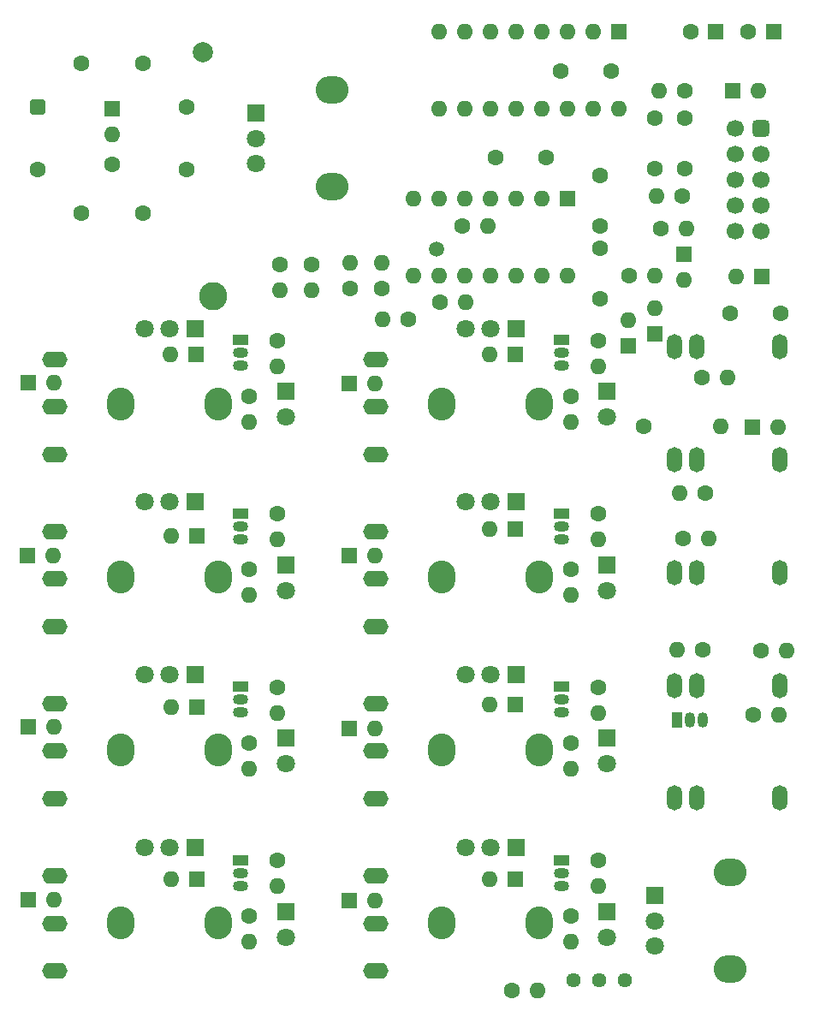
<source format=gbs>
G04 #@! TF.GenerationSoftware,KiCad,Pcbnew,7.0.10*
G04 #@! TF.CreationDate,2024-02-02T08:29:15+10:00*
G04 #@! TF.ProjectId,MK_Seq take 2,4d4b5f53-6571-4207-9461-6b6520322e6b,rev?*
G04 #@! TF.SameCoordinates,Original*
G04 #@! TF.FileFunction,Soldermask,Bot*
G04 #@! TF.FilePolarity,Negative*
%FSLAX46Y46*%
G04 Gerber Fmt 4.6, Leading zero omitted, Abs format (unit mm)*
G04 Created by KiCad (PCBNEW 7.0.10) date 2024-02-02 08:29:15*
%MOMM*%
%LPD*%
G01*
G04 APERTURE LIST*
G04 Aperture macros list*
%AMRoundRect*
0 Rectangle with rounded corners*
0 $1 Rounding radius*
0 $2 $3 $4 $5 $6 $7 $8 $9 X,Y pos of 4 corners*
0 Add a 4 corners polygon primitive as box body*
4,1,4,$2,$3,$4,$5,$6,$7,$8,$9,$2,$3,0*
0 Add four circle primitives for the rounded corners*
1,1,$1+$1,$2,$3*
1,1,$1+$1,$4,$5*
1,1,$1+$1,$6,$7*
1,1,$1+$1,$8,$9*
0 Add four rect primitives between the rounded corners*
20,1,$1+$1,$2,$3,$4,$5,0*
20,1,$1+$1,$4,$5,$6,$7,0*
20,1,$1+$1,$6,$7,$8,$9,0*
20,1,$1+$1,$8,$9,$2,$3,0*%
G04 Aperture macros list end*
%ADD10R,1.800000X1.800000*%
%ADD11C,1.800000*%
%ADD12O,2.500000X1.600000*%
%ADD13O,2.720000X3.240000*%
%ADD14C,1.600000*%
%ADD15O,1.600000X1.600000*%
%ADD16R,1.600000X1.600000*%
%ADD17O,1.500000X2.500000*%
%ADD18O,3.240000X2.720000*%
%ADD19C,2.800000*%
%ADD20RoundRect,0.400000X-0.400000X0.400000X-0.400000X-0.400000X0.400000X-0.400000X0.400000X0.400000X0*%
%ADD21C,2.000000*%
%ADD22C,1.500000*%
%ADD23C,1.440000*%
%ADD24R,1.500000X1.050000*%
%ADD25O,1.500000X1.050000*%
%ADD26R,1.050000X1.500000*%
%ADD27O,1.050000X1.500000*%
%ADD28C,1.700000*%
%ADD29RoundRect,0.425000X-0.425000X-0.425000X0.425000X-0.425000X0.425000X0.425000X-0.425000X0.425000X0*%
G04 APERTURE END LIST*
D10*
X88900000Y-123185000D03*
D11*
X88900000Y-125725000D03*
D10*
X88900000Y-71750000D03*
D11*
X88900000Y-74290000D03*
D12*
X97789275Y-95017095D03*
X97790000Y-90305820D03*
X97790060Y-85604154D03*
X66039335Y-112037915D03*
X66040060Y-107326640D03*
X66040120Y-102624974D03*
D13*
X113980725Y-107235000D03*
X104380725Y-107235000D03*
D10*
X111680725Y-99735000D03*
D11*
X109180725Y-99735000D03*
X106680725Y-99735000D03*
D14*
X91500000Y-59200000D03*
D15*
X91500000Y-61740000D03*
D14*
X128400000Y-49700000D03*
X128400000Y-44700000D03*
X125400000Y-49700000D03*
X125400000Y-44700000D03*
X128145000Y-52400000D03*
D15*
X125605000Y-52400000D03*
D16*
X133148629Y-42000000D03*
D15*
X135688629Y-42000000D03*
D14*
X98400000Y-61597967D03*
D15*
X98400000Y-59057967D03*
D17*
X127395000Y-67310000D03*
X129595000Y-67310000D03*
X137795000Y-67310000D03*
D14*
X95247034Y-61600000D03*
D15*
X95247034Y-59060000D03*
D13*
X82230000Y-90130000D03*
X72630000Y-90130000D03*
D10*
X79930000Y-82630000D03*
D11*
X77430000Y-82630000D03*
X74930000Y-82630000D03*
D10*
X120650000Y-123185000D03*
D11*
X120650000Y-125725000D03*
D18*
X132892122Y-119305000D03*
X132892122Y-128905000D03*
D10*
X125392122Y-121605000D03*
D11*
X125392122Y-124105000D03*
X125392122Y-126605000D03*
D18*
X93500000Y-41910000D03*
X93500000Y-51510000D03*
D10*
X86000000Y-44210000D03*
D11*
X86000000Y-46710000D03*
X86000000Y-49210000D03*
D13*
X113980725Y-90130000D03*
X104380725Y-90130000D03*
D10*
X111680725Y-82630000D03*
D11*
X109180725Y-82630000D03*
X106680725Y-82630000D03*
D12*
X66039335Y-77996275D03*
X66040060Y-73285000D03*
X66040120Y-68583334D03*
D13*
X113980725Y-124340000D03*
X104380725Y-124340000D03*
D10*
X111680725Y-116840000D03*
D11*
X109180725Y-116840000D03*
X106680725Y-116840000D03*
D14*
X88340337Y-59212823D03*
D15*
X88340337Y-61752823D03*
D13*
X82230000Y-124340000D03*
X72630000Y-124340000D03*
D10*
X79930000Y-116840000D03*
D11*
X77430000Y-116840000D03*
X74930000Y-116840000D03*
D10*
X88900000Y-88895000D03*
D11*
X88900000Y-91435000D03*
D17*
X127395000Y-89645000D03*
X129595000Y-89645000D03*
X137795000Y-89645000D03*
D13*
X82230000Y-73025000D03*
X72630000Y-73025000D03*
D10*
X79930000Y-65525000D03*
D11*
X77430000Y-65525000D03*
X74930000Y-65525000D03*
D19*
X81700000Y-62300000D03*
D10*
X120650000Y-106040000D03*
D11*
X120650000Y-108580000D03*
D12*
X66039335Y-129058735D03*
X66040060Y-124347460D03*
X66040120Y-119645794D03*
D14*
X128400000Y-42000000D03*
D15*
X125860000Y-42000000D03*
D12*
X97789275Y-112037915D03*
X97790000Y-107326640D03*
X97790060Y-102624974D03*
D13*
X113980725Y-73025000D03*
X104380725Y-73025000D03*
D10*
X111680725Y-65525000D03*
D11*
X109180725Y-65525000D03*
X106680725Y-65525000D03*
D20*
X64373293Y-43645857D03*
D14*
X68706480Y-39333953D03*
X74813376Y-39335544D03*
X79145517Y-43649240D03*
X79145662Y-49772801D03*
X74813062Y-54099460D03*
X68693053Y-54094640D03*
X64362050Y-49768310D03*
X71763395Y-49260613D03*
D12*
X66039335Y-95017095D03*
X66040060Y-90305820D03*
X66040120Y-85604154D03*
X97789275Y-77996275D03*
X97790000Y-73285000D03*
X97790060Y-68583334D03*
D17*
X127395000Y-111980000D03*
X129595000Y-111980000D03*
X137795000Y-111980000D03*
X127395000Y-100812500D03*
X129595000Y-100812500D03*
X137795000Y-100812500D03*
D13*
X82230000Y-107235000D03*
X72630000Y-107235000D03*
D10*
X79930000Y-99735000D03*
D11*
X77430000Y-99735000D03*
X74930000Y-99735000D03*
D16*
X136000000Y-60400000D03*
D15*
X133460000Y-60400000D03*
D16*
X121905000Y-36195000D03*
D15*
X119365000Y-36195000D03*
X116825000Y-36195000D03*
X114285000Y-36195000D03*
X111745000Y-36195000D03*
X109205000Y-36195000D03*
X106665000Y-36195000D03*
X104125000Y-36195000D03*
X104125000Y-43815000D03*
X106665000Y-43815000D03*
X109205000Y-43815000D03*
X111745000Y-43815000D03*
X114285000Y-43815000D03*
X116825000Y-43815000D03*
X119365000Y-43815000D03*
X121905000Y-43815000D03*
D21*
X80700000Y-38200000D03*
D16*
X116830000Y-52700000D03*
D15*
X114290000Y-52700000D03*
X111750000Y-52700000D03*
X109210000Y-52700000D03*
X106670000Y-52700000D03*
X104130000Y-52700000D03*
X101590000Y-52700000D03*
X101590000Y-60320000D03*
X104130000Y-60320000D03*
X106670000Y-60320000D03*
X109210000Y-60320000D03*
X111750000Y-60320000D03*
X114290000Y-60320000D03*
X116830000Y-60320000D03*
D14*
X122860000Y-60300000D03*
D15*
X125400000Y-60300000D03*
D12*
X97789275Y-129058735D03*
X97790000Y-124347460D03*
X97790060Y-119645794D03*
D10*
X120650000Y-71750000D03*
D11*
X120650000Y-74290000D03*
D17*
X127395000Y-78477500D03*
X129595000Y-78477500D03*
X137795000Y-78477500D03*
D10*
X88900000Y-106040000D03*
D11*
X88900000Y-108580000D03*
D10*
X120650000Y-88895000D03*
D11*
X120650000Y-91435000D03*
D16*
X80125686Y-120000000D03*
D15*
X77585686Y-120000000D03*
D16*
X111600000Y-102700000D03*
D15*
X109060000Y-102700000D03*
D14*
X85300000Y-89353333D03*
D15*
X85300000Y-91893333D03*
D14*
X117100000Y-123660000D03*
D15*
X117100000Y-126200000D03*
D22*
X103800000Y-57700000D03*
D14*
X119800000Y-118155000D03*
D15*
X119800000Y-120695000D03*
D14*
X130445000Y-81800000D03*
D15*
X127905000Y-81800000D03*
D23*
X117420000Y-130000000D03*
X119960000Y-130000000D03*
X122500000Y-130000000D03*
D14*
X88054135Y-83867497D03*
D15*
X88054135Y-86407497D03*
D14*
X117100000Y-89326666D03*
D15*
X117100000Y-91866666D03*
D16*
X111600000Y-68100000D03*
D15*
X109060000Y-68100000D03*
D16*
X128300000Y-58174314D03*
D15*
X128300000Y-60714314D03*
D14*
X130055000Y-70400000D03*
D15*
X132595000Y-70400000D03*
D16*
X95174315Y-105060000D03*
D15*
X97714315Y-105060000D03*
D14*
X106360000Y-55400000D03*
D15*
X108900000Y-55400000D03*
D14*
X114700000Y-48600000D03*
X109700000Y-48600000D03*
D24*
X116205725Y-66675000D03*
D25*
X116205725Y-67945000D03*
X116205725Y-69215000D03*
D24*
X84455000Y-83820000D03*
D25*
X84455000Y-85090000D03*
X84455000Y-86360000D03*
D16*
X122800000Y-67225686D03*
D15*
X122800000Y-64685686D03*
D14*
X117100000Y-106493332D03*
D15*
X117100000Y-109033332D03*
D14*
X88054135Y-66721246D03*
D15*
X88054135Y-69261246D03*
D14*
X85300000Y-106506666D03*
D15*
X85300000Y-109046666D03*
D16*
X63474315Y-104900000D03*
D15*
X66014315Y-104900000D03*
D14*
X104155000Y-62900000D03*
D15*
X106695000Y-62900000D03*
D16*
X137160000Y-36195000D03*
D14*
X134660000Y-36195000D03*
D16*
X95174315Y-88020000D03*
D15*
X97714315Y-88020000D03*
D24*
X116205725Y-100965000D03*
D25*
X116205725Y-102235000D03*
X116205725Y-103505000D03*
D14*
X88054135Y-118160000D03*
D15*
X88054135Y-120700000D03*
D14*
X119800000Y-66700000D03*
D15*
X119800000Y-69240000D03*
D24*
X116205725Y-83820000D03*
D25*
X116205725Y-85090000D03*
X116205725Y-86360000D03*
D16*
X95174315Y-70980000D03*
D15*
X97714315Y-70980000D03*
D16*
X80125686Y-86000000D03*
D15*
X77585686Y-86000000D03*
D14*
X85300000Y-123660000D03*
D15*
X85300000Y-126200000D03*
D14*
X119800000Y-101003332D03*
D15*
X119800000Y-103543332D03*
D16*
X131445000Y-36195000D03*
D14*
X128945000Y-36195000D03*
X126000000Y-55600000D03*
D15*
X128540000Y-55600000D03*
D24*
X84455000Y-100965000D03*
D25*
X84455000Y-102235000D03*
X84455000Y-103505000D03*
D16*
X80125686Y-103000000D03*
D15*
X77585686Y-103000000D03*
D14*
X111255000Y-131000000D03*
D15*
X113795000Y-131000000D03*
D26*
X127660000Y-104200000D03*
D27*
X128930000Y-104200000D03*
X130200000Y-104200000D03*
D14*
X137855839Y-64045436D03*
X132855839Y-64045436D03*
D16*
X63474315Y-122000000D03*
D15*
X66014315Y-122000000D03*
D16*
X71755000Y-43815000D03*
D15*
X71755000Y-46355000D03*
D16*
X63474315Y-70900000D03*
D15*
X66014315Y-70900000D03*
D16*
X63374315Y-88000000D03*
D15*
X65914315Y-88000000D03*
D14*
X128247045Y-86258390D03*
D15*
X130787045Y-86258390D03*
D16*
X135060000Y-75300000D03*
D15*
X137600000Y-75300000D03*
D14*
X117100000Y-72260000D03*
D15*
X117100000Y-74800000D03*
D24*
X116205725Y-118110000D03*
D25*
X116205725Y-119380000D03*
X116205725Y-120650000D03*
D16*
X95174315Y-122100000D03*
D15*
X97714315Y-122100000D03*
D14*
X130200000Y-97300000D03*
D15*
X127660000Y-97300000D03*
D16*
X80040000Y-68100000D03*
D15*
X77500000Y-68100000D03*
D14*
X120000000Y-62600000D03*
X120000000Y-57600000D03*
D16*
X125400000Y-66025686D03*
D15*
X125400000Y-63485686D03*
D14*
X135200000Y-103700000D03*
D15*
X137740000Y-103700000D03*
D16*
X111600000Y-85400000D03*
D15*
X109060000Y-85400000D03*
D14*
X101045000Y-64600000D03*
D15*
X98505000Y-64600000D03*
D24*
X84455000Y-66675000D03*
D25*
X84455000Y-67945000D03*
X84455000Y-69215000D03*
D14*
X124290000Y-75200000D03*
D15*
X131910000Y-75200000D03*
D14*
X121100000Y-40100000D03*
X116100000Y-40100000D03*
X119800000Y-83851666D03*
D15*
X119800000Y-86391666D03*
D14*
X120000000Y-50400000D03*
X120000000Y-55400000D03*
D16*
X111600000Y-120000000D03*
D15*
X109060000Y-120000000D03*
D24*
X84455000Y-118110000D03*
D25*
X84455000Y-119380000D03*
X84455000Y-120650000D03*
D28*
X133360000Y-55880000D03*
X135900000Y-55880000D03*
X133360000Y-53340000D03*
X135900000Y-53340000D03*
X133360000Y-50800000D03*
X135900000Y-50800000D03*
X133360000Y-48260000D03*
X135900000Y-48260000D03*
X133360000Y-45720000D03*
D29*
X135900000Y-45720000D03*
D14*
X135955000Y-97400000D03*
D15*
X138495000Y-97400000D03*
D14*
X88054135Y-101013748D03*
D15*
X88054135Y-103553748D03*
D14*
X85300000Y-72200000D03*
D15*
X85300000Y-74740000D03*
M02*

</source>
